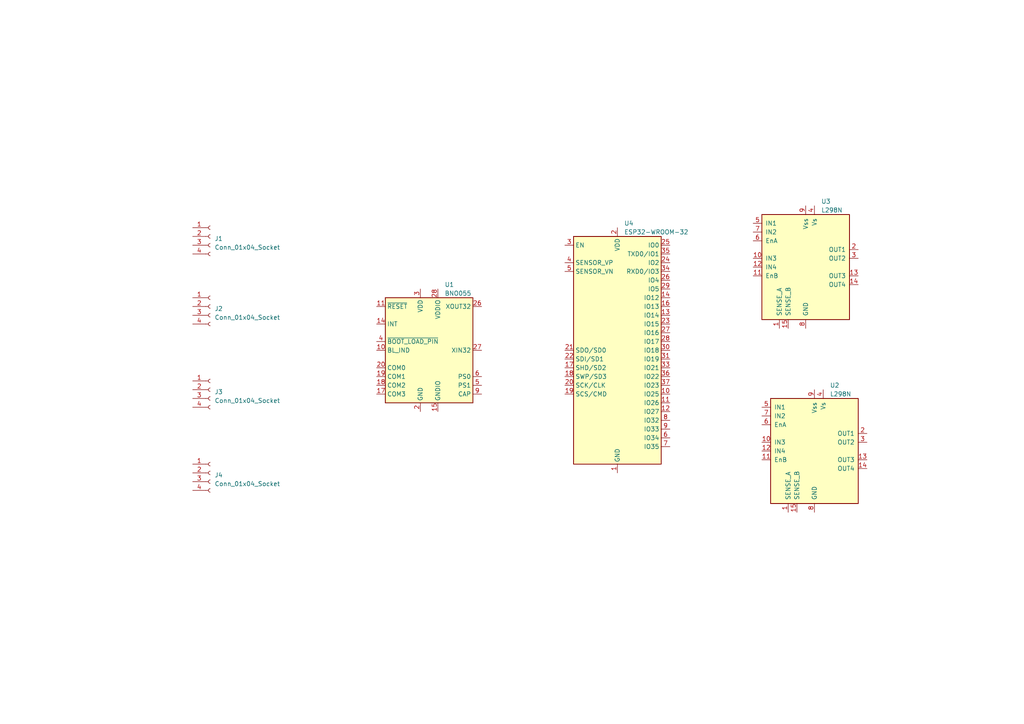
<source format=kicad_sch>
(kicad_sch (version 20230121) (generator eeschema)

  (uuid 14af6270-5b72-4d89-9edf-6e095454c696)

  (paper "A4")

  (lib_symbols
    (symbol "Connector:Conn_01x04_Socket" (pin_names (offset 1.016) hide) (in_bom yes) (on_board yes)
      (property "Reference" "J" (at 0 5.08 0)
        (effects (font (size 1.27 1.27)))
      )
      (property "Value" "Conn_01x04_Socket" (at 0 -7.62 0)
        (effects (font (size 1.27 1.27)))
      )
      (property "Footprint" "" (at 0 0 0)
        (effects (font (size 1.27 1.27)) hide)
      )
      (property "Datasheet" "~" (at 0 0 0)
        (effects (font (size 1.27 1.27)) hide)
      )
      (property "ki_locked" "" (at 0 0 0)
        (effects (font (size 1.27 1.27)))
      )
      (property "ki_keywords" "connector" (at 0 0 0)
        (effects (font (size 1.27 1.27)) hide)
      )
      (property "ki_description" "Generic connector, single row, 01x04, script generated" (at 0 0 0)
        (effects (font (size 1.27 1.27)) hide)
      )
      (property "ki_fp_filters" "Connector*:*_1x??_*" (at 0 0 0)
        (effects (font (size 1.27 1.27)) hide)
      )
      (symbol "Conn_01x04_Socket_1_1"
        (arc (start 0 -4.572) (mid -0.5058 -5.08) (end 0 -5.588)
          (stroke (width 0.1524) (type default))
          (fill (type none))
        )
        (arc (start 0 -2.032) (mid -0.5058 -2.54) (end 0 -3.048)
          (stroke (width 0.1524) (type default))
          (fill (type none))
        )
        (polyline
          (pts
            (xy -1.27 -5.08)
            (xy -0.508 -5.08)
          )
          (stroke (width 0.1524) (type default))
          (fill (type none))
        )
        (polyline
          (pts
            (xy -1.27 -2.54)
            (xy -0.508 -2.54)
          )
          (stroke (width 0.1524) (type default))
          (fill (type none))
        )
        (polyline
          (pts
            (xy -1.27 0)
            (xy -0.508 0)
          )
          (stroke (width 0.1524) (type default))
          (fill (type none))
        )
        (polyline
          (pts
            (xy -1.27 2.54)
            (xy -0.508 2.54)
          )
          (stroke (width 0.1524) (type default))
          (fill (type none))
        )
        (arc (start 0 0.508) (mid -0.5058 0) (end 0 -0.508)
          (stroke (width 0.1524) (type default))
          (fill (type none))
        )
        (arc (start 0 3.048) (mid -0.5058 2.54) (end 0 2.032)
          (stroke (width 0.1524) (type default))
          (fill (type none))
        )
        (pin passive line (at -5.08 2.54 0) (length 3.81)
          (name "Pin_1" (effects (font (size 1.27 1.27))))
          (number "1" (effects (font (size 1.27 1.27))))
        )
        (pin passive line (at -5.08 0 0) (length 3.81)
          (name "Pin_2" (effects (font (size 1.27 1.27))))
          (number "2" (effects (font (size 1.27 1.27))))
        )
        (pin passive line (at -5.08 -2.54 0) (length 3.81)
          (name "Pin_3" (effects (font (size 1.27 1.27))))
          (number "3" (effects (font (size 1.27 1.27))))
        )
        (pin passive line (at -5.08 -5.08 0) (length 3.81)
          (name "Pin_4" (effects (font (size 1.27 1.27))))
          (number "4" (effects (font (size 1.27 1.27))))
        )
      )
    )
    (symbol "Driver_Motor:L298N" (pin_names (offset 1.016)) (in_bom yes) (on_board yes)
      (property "Reference" "U" (at -10.16 16.51 0)
        (effects (font (size 1.27 1.27)) (justify right))
      )
      (property "Value" "L298N" (at 12.7 16.51 0)
        (effects (font (size 1.27 1.27)) (justify right))
      )
      (property "Footprint" "Package_TO_SOT_THT:TO-220-15_P2.54x2.54mm_StaggerOdd_Lead4.58mm_Vertical" (at 1.27 -16.51 0)
        (effects (font (size 1.27 1.27)) (justify left) hide)
      )
      (property "Datasheet" "http://www.st.com/st-web-ui/static/active/en/resource/technical/document/datasheet/CD00000240.pdf" (at 3.81 6.35 0)
        (effects (font (size 1.27 1.27)) hide)
      )
      (property "ki_keywords" "H-bridge motor driver" (at 0 0 0)
        (effects (font (size 1.27 1.27)) hide)
      )
      (property "ki_description" "Dual full bridge motor driver, up to 46V, 4A, Multiwatt15-V" (at 0 0 0)
        (effects (font (size 1.27 1.27)) hide)
      )
      (property "ki_fp_filters" "TO?220*StaggerOdd*Vertical*" (at 0 0 0)
        (effects (font (size 1.27 1.27)) hide)
      )
      (symbol "L298N_0_1"
        (rectangle (start -12.7 15.24) (end 12.7 -15.24)
          (stroke (width 0.254) (type default))
          (fill (type background))
        )
      )
      (symbol "L298N_1_1"
        (pin power_in line (at -7.62 -17.78 90) (length 2.54)
          (name "SENSE_A" (effects (font (size 1.27 1.27))))
          (number "1" (effects (font (size 1.27 1.27))))
        )
        (pin input line (at -15.24 2.54 0) (length 2.54)
          (name "IN3" (effects (font (size 1.27 1.27))))
          (number "10" (effects (font (size 1.27 1.27))))
        )
        (pin input line (at -15.24 -2.54 0) (length 2.54)
          (name "EnB" (effects (font (size 1.27 1.27))))
          (number "11" (effects (font (size 1.27 1.27))))
        )
        (pin input line (at -15.24 0 0) (length 2.54)
          (name "IN4" (effects (font (size 1.27 1.27))))
          (number "12" (effects (font (size 1.27 1.27))))
        )
        (pin output line (at 15.24 -2.54 180) (length 2.54)
          (name "OUT3" (effects (font (size 1.27 1.27))))
          (number "13" (effects (font (size 1.27 1.27))))
        )
        (pin output line (at 15.24 -5.08 180) (length 2.54)
          (name "OUT4" (effects (font (size 1.27 1.27))))
          (number "14" (effects (font (size 1.27 1.27))))
        )
        (pin power_in line (at -5.08 -17.78 90) (length 2.54)
          (name "SENSE_B" (effects (font (size 1.27 1.27))))
          (number "15" (effects (font (size 1.27 1.27))))
        )
        (pin output line (at 15.24 5.08 180) (length 2.54)
          (name "OUT1" (effects (font (size 1.27 1.27))))
          (number "2" (effects (font (size 1.27 1.27))))
        )
        (pin output line (at 15.24 2.54 180) (length 2.54)
          (name "OUT2" (effects (font (size 1.27 1.27))))
          (number "3" (effects (font (size 1.27 1.27))))
        )
        (pin power_in line (at 2.54 17.78 270) (length 2.54)
          (name "Vs" (effects (font (size 1.27 1.27))))
          (number "4" (effects (font (size 1.27 1.27))))
        )
        (pin input line (at -15.24 12.7 0) (length 2.54)
          (name "IN1" (effects (font (size 1.27 1.27))))
          (number "5" (effects (font (size 1.27 1.27))))
        )
        (pin input line (at -15.24 7.62 0) (length 2.54)
          (name "EnA" (effects (font (size 1.27 1.27))))
          (number "6" (effects (font (size 1.27 1.27))))
        )
        (pin input line (at -15.24 10.16 0) (length 2.54)
          (name "IN2" (effects (font (size 1.27 1.27))))
          (number "7" (effects (font (size 1.27 1.27))))
        )
        (pin power_in line (at 0 -17.78 90) (length 2.54)
          (name "GND" (effects (font (size 1.27 1.27))))
          (number "8" (effects (font (size 1.27 1.27))))
        )
        (pin power_in line (at 0 17.78 270) (length 2.54)
          (name "Vss" (effects (font (size 1.27 1.27))))
          (number "9" (effects (font (size 1.27 1.27))))
        )
      )
    )
    (symbol "RF_Module:ESP32-WROOM-32" (in_bom yes) (on_board yes)
      (property "Reference" "U" (at -12.7 34.29 0)
        (effects (font (size 1.27 1.27)) (justify left))
      )
      (property "Value" "ESP32-WROOM-32" (at 1.27 34.29 0)
        (effects (font (size 1.27 1.27)) (justify left))
      )
      (property "Footprint" "RF_Module:ESP32-WROOM-32" (at 0 -38.1 0)
        (effects (font (size 1.27 1.27)) hide)
      )
      (property "Datasheet" "https://www.espressif.com/sites/default/files/documentation/esp32-wroom-32_datasheet_en.pdf" (at -7.62 1.27 0)
        (effects (font (size 1.27 1.27)) hide)
      )
      (property "ki_keywords" "RF Radio BT ESP ESP32 Espressif onboard PCB antenna" (at 0 0 0)
        (effects (font (size 1.27 1.27)) hide)
      )
      (property "ki_description" "RF Module, ESP32-D0WDQ6 SoC, Wi-Fi 802.11b/g/n, Bluetooth, BLE, 32-bit, 2.7-3.6V, onboard antenna, SMD" (at 0 0 0)
        (effects (font (size 1.27 1.27)) hide)
      )
      (property "ki_fp_filters" "ESP32?WROOM?32*" (at 0 0 0)
        (effects (font (size 1.27 1.27)) hide)
      )
      (symbol "ESP32-WROOM-32_0_1"
        (rectangle (start -12.7 33.02) (end 12.7 -33.02)
          (stroke (width 0.254) (type default))
          (fill (type background))
        )
      )
      (symbol "ESP32-WROOM-32_1_1"
        (pin power_in line (at 0 -35.56 90) (length 2.54)
          (name "GND" (effects (font (size 1.27 1.27))))
          (number "1" (effects (font (size 1.27 1.27))))
        )
        (pin bidirectional line (at 15.24 -12.7 180) (length 2.54)
          (name "IO25" (effects (font (size 1.27 1.27))))
          (number "10" (effects (font (size 1.27 1.27))))
        )
        (pin bidirectional line (at 15.24 -15.24 180) (length 2.54)
          (name "IO26" (effects (font (size 1.27 1.27))))
          (number "11" (effects (font (size 1.27 1.27))))
        )
        (pin bidirectional line (at 15.24 -17.78 180) (length 2.54)
          (name "IO27" (effects (font (size 1.27 1.27))))
          (number "12" (effects (font (size 1.27 1.27))))
        )
        (pin bidirectional line (at 15.24 10.16 180) (length 2.54)
          (name "IO14" (effects (font (size 1.27 1.27))))
          (number "13" (effects (font (size 1.27 1.27))))
        )
        (pin bidirectional line (at 15.24 15.24 180) (length 2.54)
          (name "IO12" (effects (font (size 1.27 1.27))))
          (number "14" (effects (font (size 1.27 1.27))))
        )
        (pin passive line (at 0 -35.56 90) (length 2.54) hide
          (name "GND" (effects (font (size 1.27 1.27))))
          (number "15" (effects (font (size 1.27 1.27))))
        )
        (pin bidirectional line (at 15.24 12.7 180) (length 2.54)
          (name "IO13" (effects (font (size 1.27 1.27))))
          (number "16" (effects (font (size 1.27 1.27))))
        )
        (pin bidirectional line (at -15.24 -5.08 0) (length 2.54)
          (name "SHD/SD2" (effects (font (size 1.27 1.27))))
          (number "17" (effects (font (size 1.27 1.27))))
        )
        (pin bidirectional line (at -15.24 -7.62 0) (length 2.54)
          (name "SWP/SD3" (effects (font (size 1.27 1.27))))
          (number "18" (effects (font (size 1.27 1.27))))
        )
        (pin bidirectional line (at -15.24 -12.7 0) (length 2.54)
          (name "SCS/CMD" (effects (font (size 1.27 1.27))))
          (number "19" (effects (font (size 1.27 1.27))))
        )
        (pin power_in line (at 0 35.56 270) (length 2.54)
          (name "VDD" (effects (font (size 1.27 1.27))))
          (number "2" (effects (font (size 1.27 1.27))))
        )
        (pin bidirectional line (at -15.24 -10.16 0) (length 2.54)
          (name "SCK/CLK" (effects (font (size 1.27 1.27))))
          (number "20" (effects (font (size 1.27 1.27))))
        )
        (pin bidirectional line (at -15.24 0 0) (length 2.54)
          (name "SDO/SD0" (effects (font (size 1.27 1.27))))
          (number "21" (effects (font (size 1.27 1.27))))
        )
        (pin bidirectional line (at -15.24 -2.54 0) (length 2.54)
          (name "SDI/SD1" (effects (font (size 1.27 1.27))))
          (number "22" (effects (font (size 1.27 1.27))))
        )
        (pin bidirectional line (at 15.24 7.62 180) (length 2.54)
          (name "IO15" (effects (font (size 1.27 1.27))))
          (number "23" (effects (font (size 1.27 1.27))))
        )
        (pin bidirectional line (at 15.24 25.4 180) (length 2.54)
          (name "IO2" (effects (font (size 1.27 1.27))))
          (number "24" (effects (font (size 1.27 1.27))))
        )
        (pin bidirectional line (at 15.24 30.48 180) (length 2.54)
          (name "IO0" (effects (font (size 1.27 1.27))))
          (number "25" (effects (font (size 1.27 1.27))))
        )
        (pin bidirectional line (at 15.24 20.32 180) (length 2.54)
          (name "IO4" (effects (font (size 1.27 1.27))))
          (number "26" (effects (font (size 1.27 1.27))))
        )
        (pin bidirectional line (at 15.24 5.08 180) (length 2.54)
          (name "IO16" (effects (font (size 1.27 1.27))))
          (number "27" (effects (font (size 1.27 1.27))))
        )
        (pin bidirectional line (at 15.24 2.54 180) (length 2.54)
          (name "IO17" (effects (font (size 1.27 1.27))))
          (number "28" (effects (font (size 1.27 1.27))))
        )
        (pin bidirectional line (at 15.24 17.78 180) (length 2.54)
          (name "IO5" (effects (font (size 1.27 1.27))))
          (number "29" (effects (font (size 1.27 1.27))))
        )
        (pin input line (at -15.24 30.48 0) (length 2.54)
          (name "EN" (effects (font (size 1.27 1.27))))
          (number "3" (effects (font (size 1.27 1.27))))
        )
        (pin bidirectional line (at 15.24 0 180) (length 2.54)
          (name "IO18" (effects (font (size 1.27 1.27))))
          (number "30" (effects (font (size 1.27 1.27))))
        )
        (pin bidirectional line (at 15.24 -2.54 180) (length 2.54)
          (name "IO19" (effects (font (size 1.27 1.27))))
          (number "31" (effects (font (size 1.27 1.27))))
        )
        (pin no_connect line (at -12.7 -27.94 0) (length 2.54) hide
          (name "NC" (effects (font (size 1.27 1.27))))
          (number "32" (effects (font (size 1.27 1.27))))
        )
        (pin bidirectional line (at 15.24 -5.08 180) (length 2.54)
          (name "IO21" (effects (font (size 1.27 1.27))))
          (number "33" (effects (font (size 1.27 1.27))))
        )
        (pin bidirectional line (at 15.24 22.86 180) (length 2.54)
          (name "RXD0/IO3" (effects (font (size 1.27 1.27))))
          (number "34" (effects (font (size 1.27 1.27))))
        )
        (pin bidirectional line (at 15.24 27.94 180) (length 2.54)
          (name "TXD0/IO1" (effects (font (size 1.27 1.27))))
          (number "35" (effects (font (size 1.27 1.27))))
        )
        (pin bidirectional line (at 15.24 -7.62 180) (length 2.54)
          (name "IO22" (effects (font (size 1.27 1.27))))
          (number "36" (effects (font (size 1.27 1.27))))
        )
        (pin bidirectional line (at 15.24 -10.16 180) (length 2.54)
          (name "IO23" (effects (font (size 1.27 1.27))))
          (number "37" (effects (font (size 1.27 1.27))))
        )
        (pin passive line (at 0 -35.56 90) (length 2.54) hide
          (name "GND" (effects (font (size 1.27 1.27))))
          (number "38" (effects (font (size 1.27 1.27))))
        )
        (pin passive line (at 0 -35.56 90) (length 2.54) hide
          (name "GND" (effects (font (size 1.27 1.27))))
          (number "39" (effects (font (size 1.27 1.27))))
        )
        (pin input line (at -15.24 25.4 0) (length 2.54)
          (name "SENSOR_VP" (effects (font (size 1.27 1.27))))
          (number "4" (effects (font (size 1.27 1.27))))
        )
        (pin input line (at -15.24 22.86 0) (length 2.54)
          (name "SENSOR_VN" (effects (font (size 1.27 1.27))))
          (number "5" (effects (font (size 1.27 1.27))))
        )
        (pin input line (at 15.24 -25.4 180) (length 2.54)
          (name "IO34" (effects (font (size 1.27 1.27))))
          (number "6" (effects (font (size 1.27 1.27))))
        )
        (pin input line (at 15.24 -27.94 180) (length 2.54)
          (name "IO35" (effects (font (size 1.27 1.27))))
          (number "7" (effects (font (size 1.27 1.27))))
        )
        (pin bidirectional line (at 15.24 -20.32 180) (length 2.54)
          (name "IO32" (effects (font (size 1.27 1.27))))
          (number "8" (effects (font (size 1.27 1.27))))
        )
        (pin bidirectional line (at 15.24 -22.86 180) (length 2.54)
          (name "IO33" (effects (font (size 1.27 1.27))))
          (number "9" (effects (font (size 1.27 1.27))))
        )
      )
    )
    (symbol "Sensor_Motion:BNO055" (in_bom yes) (on_board yes)
      (property "Reference" "U" (at -11.43 16.51 0)
        (effects (font (size 1.27 1.27)) (justify right))
      )
      (property "Value" "BNO055" (at 12.7 16.51 0)
        (effects (font (size 1.27 1.27)) (justify right))
      )
      (property "Footprint" "Package_LGA:LGA-28_5.2x3.8mm_P0.5mm" (at 6.35 -16.51 0)
        (effects (font (size 1.27 1.27)) (justify left) hide)
      )
      (property "Datasheet" "https://www.bosch-sensortec.com/media/boschsensortec/downloads/datasheets/bst-bno055-ds000.pdf" (at 0 5.08 0)
        (effects (font (size 1.27 1.27)) hide)
      )
      (property "ki_keywords" "IMU Sensor Fusion I2C UART" (at 0 0 0)
        (effects (font (size 1.27 1.27)) hide)
      )
      (property "ki_description" "Intelligent 9-axis absolute orientation sensor, LGA-28" (at 0 0 0)
        (effects (font (size 1.27 1.27)) hide)
      )
      (property "ki_fp_filters" "LGA*5.2x3.8mm*P0.5mm*" (at 0 0 0)
        (effects (font (size 1.27 1.27)) hide)
      )
      (symbol "BNO055_0_1"
        (rectangle (start -12.7 15.24) (end 12.7 -15.24)
          (stroke (width 0.254) (type default))
          (fill (type background))
        )
      )
      (symbol "BNO055_1_1"
        (pin no_connect line (at -12.7 10.16 0) (length 2.54) hide
          (name "PIN1" (effects (font (size 1.27 1.27))))
          (number "1" (effects (font (size 1.27 1.27))))
        )
        (pin output line (at -15.24 0 0) (length 2.54)
          (name "BL_IND" (effects (font (size 1.27 1.27))))
          (number "10" (effects (font (size 1.27 1.27))))
        )
        (pin input line (at -15.24 12.7 0) (length 2.54)
          (name "~{RESET}" (effects (font (size 1.27 1.27))))
          (number "11" (effects (font (size 1.27 1.27))))
        )
        (pin no_connect line (at 12.7 10.16 180) (length 2.54) hide
          (name "PIN12" (effects (font (size 1.27 1.27))))
          (number "12" (effects (font (size 1.27 1.27))))
        )
        (pin no_connect line (at 12.7 7.62 180) (length 2.54) hide
          (name "PIN13" (effects (font (size 1.27 1.27))))
          (number "13" (effects (font (size 1.27 1.27))))
        )
        (pin output line (at -15.24 7.62 0) (length 2.54)
          (name "INT" (effects (font (size 1.27 1.27))))
          (number "14" (effects (font (size 1.27 1.27))))
        )
        (pin power_in line (at 2.54 -17.78 90) (length 2.54)
          (name "GNDIO" (effects (font (size 1.27 1.27))))
          (number "15" (effects (font (size 1.27 1.27))))
        )
        (pin passive line (at 2.54 -17.78 90) (length 2.54) hide
          (name "GNDIO" (effects (font (size 1.27 1.27))))
          (number "16" (effects (font (size 1.27 1.27))))
        )
        (pin input line (at -15.24 -12.7 0) (length 2.54)
          (name "COM3" (effects (font (size 1.27 1.27))))
          (number "17" (effects (font (size 1.27 1.27))))
        )
        (pin passive line (at -15.24 -10.16 0) (length 2.54)
          (name "COM2" (effects (font (size 1.27 1.27))))
          (number "18" (effects (font (size 1.27 1.27))))
        )
        (pin bidirectional line (at -15.24 -7.62 0) (length 2.54)
          (name "COM1" (effects (font (size 1.27 1.27))))
          (number "19" (effects (font (size 1.27 1.27))))
        )
        (pin power_in line (at -2.54 -17.78 90) (length 2.54)
          (name "GND" (effects (font (size 1.27 1.27))))
          (number "2" (effects (font (size 1.27 1.27))))
        )
        (pin bidirectional line (at -15.24 -5.08 0) (length 2.54)
          (name "COM0" (effects (font (size 1.27 1.27))))
          (number "20" (effects (font (size 1.27 1.27))))
        )
        (pin no_connect line (at 12.7 5.08 180) (length 2.54) hide
          (name "PIN21" (effects (font (size 1.27 1.27))))
          (number "21" (effects (font (size 1.27 1.27))))
        )
        (pin no_connect line (at 12.7 2.54 180) (length 2.54) hide
          (name "PIN22" (effects (font (size 1.27 1.27))))
          (number "22" (effects (font (size 1.27 1.27))))
        )
        (pin no_connect line (at 12.7 -2.54 180) (length 2.54) hide
          (name "PIN23" (effects (font (size 1.27 1.27))))
          (number "23" (effects (font (size 1.27 1.27))))
        )
        (pin no_connect line (at 12.7 -5.08 180) (length 2.54) hide
          (name "PIN24" (effects (font (size 1.27 1.27))))
          (number "24" (effects (font (size 1.27 1.27))))
        )
        (pin passive line (at 2.54 -17.78 90) (length 2.54) hide
          (name "GNDIO" (effects (font (size 1.27 1.27))))
          (number "25" (effects (font (size 1.27 1.27))))
        )
        (pin output line (at 15.24 12.7 180) (length 2.54)
          (name "XOUT32" (effects (font (size 1.27 1.27))))
          (number "26" (effects (font (size 1.27 1.27))))
        )
        (pin input line (at 15.24 0 180) (length 2.54)
          (name "XIN32" (effects (font (size 1.27 1.27))))
          (number "27" (effects (font (size 1.27 1.27))))
        )
        (pin power_in line (at 2.54 17.78 270) (length 2.54)
          (name "VDDIO" (effects (font (size 1.27 1.27))))
          (number "28" (effects (font (size 1.27 1.27))))
        )
        (pin power_in line (at -2.54 17.78 270) (length 2.54)
          (name "VDD" (effects (font (size 1.27 1.27))))
          (number "3" (effects (font (size 1.27 1.27))))
        )
        (pin input line (at -15.24 2.54 0) (length 2.54)
          (name "~{BOOT_LOAD_PIN}" (effects (font (size 1.27 1.27))))
          (number "4" (effects (font (size 1.27 1.27))))
        )
        (pin input line (at 15.24 -10.16 180) (length 2.54)
          (name "PS1" (effects (font (size 1.27 1.27))))
          (number "5" (effects (font (size 1.27 1.27))))
        )
        (pin input line (at 15.24 -7.62 180) (length 2.54)
          (name "PS0" (effects (font (size 1.27 1.27))))
          (number "6" (effects (font (size 1.27 1.27))))
        )
        (pin no_connect line (at -12.7 5.08 0) (length 2.54) hide
          (name "PIN7" (effects (font (size 1.27 1.27))))
          (number "7" (effects (font (size 1.27 1.27))))
        )
        (pin no_connect line (at -12.7 -2.54 0) (length 2.54) hide
          (name "PIN8" (effects (font (size 1.27 1.27))))
          (number "8" (effects (font (size 1.27 1.27))))
        )
        (pin passive line (at 15.24 -12.7 180) (length 2.54)
          (name "CAP" (effects (font (size 1.27 1.27))))
          (number "9" (effects (font (size 1.27 1.27))))
        )
      )
    )
  )


  (symbol (lib_id "Sensor_Motion:BNO055") (at 124.46 101.6 0) (unit 1)
    (in_bom yes) (on_board yes) (dnp no) (fields_autoplaced)
    (uuid 0e6b63f8-6870-469a-a5ad-57fd37817db1)
    (property "Reference" "U1" (at 128.9559 82.55 0)
      (effects (font (size 1.27 1.27)) (justify left))
    )
    (property "Value" "BNO055" (at 128.9559 85.09 0)
      (effects (font (size 1.27 1.27)) (justify left))
    )
    (property "Footprint" "Package_LGA:LGA-28_5.2x3.8mm_P0.5mm" (at 130.81 118.11 0)
      (effects (font (size 1.27 1.27)) (justify left) hide)
    )
    (property "Datasheet" "https://www.bosch-sensortec.com/media/boschsensortec/downloads/datasheets/bst-bno055-ds000.pdf" (at 124.46 96.52 0)
      (effects (font (size 1.27 1.27)) hide)
    )
    (pin "1" (uuid 1c154e23-e60e-4140-8f0d-e3dd1e778fd0))
    (pin "10" (uuid b514ed5c-31aa-4da5-b463-6d2b0ace55bb))
    (pin "11" (uuid 3e7c7d29-1d39-4c0c-9143-b2203a5a5e84))
    (pin "12" (uuid e4145dc1-0eca-449d-ae21-7464ac79ca2d))
    (pin "13" (uuid c7ae10c0-2915-431f-a773-8ed3c534e768))
    (pin "14" (uuid 76a081fb-c0d1-4717-8416-629ee01cc2e9))
    (pin "15" (uuid d63991e9-0b5e-4165-a78a-de2eeda1bdab))
    (pin "16" (uuid ec72dc09-dc0d-4b29-bfd9-2e5102d93985))
    (pin "17" (uuid 18da09c6-5e1a-4357-acfe-0052d3224a6d))
    (pin "18" (uuid 324029a5-4ad7-430e-bd9b-d4f20770968e))
    (pin "19" (uuid b4021fde-5468-4002-b83e-3b0156eba096))
    (pin "2" (uuid c49ff935-f481-47a3-9e2a-8372277acd8a))
    (pin "20" (uuid 338468af-bd0c-4352-8298-cbabe9f6ac0b))
    (pin "21" (uuid 6af75f86-af92-40c9-9df2-ddc4daeb42d1))
    (pin "22" (uuid 4defcc91-7cd9-4082-9674-cab1dfebe16d))
    (pin "23" (uuid 9f8856c7-e9b9-437d-95e6-0a6bdc1c5741))
    (pin "24" (uuid 2d4869a7-cb02-40d6-934a-3b21efbeaa45))
    (pin "25" (uuid 2d177ade-d896-4b08-9304-ec6238bbfb0d))
    (pin "26" (uuid 96e9cda7-5fb3-406d-8418-7b3a59de18de))
    (pin "27" (uuid 13b8833c-3cf4-4821-bff2-64ebe5cbd16d))
    (pin "28" (uuid 98e77927-9a0c-4ccb-aaca-a2e7337f65c9))
    (pin "3" (uuid df059525-8247-46b8-9999-1b00ce06c6e8))
    (pin "4" (uuid fee124d9-1a60-4e17-a4d1-de82814e01cc))
    (pin "5" (uuid ced3199e-12bd-4447-8a52-fef9640cc284))
    (pin "6" (uuid 68c5dbe6-63d9-4a39-83d9-a534ec31624f))
    (pin "7" (uuid aff3694b-5caf-4975-b111-fd5fdd1d9abb))
    (pin "8" (uuid f9bbfab8-062f-461d-b8de-151df1fbd5f0))
    (pin "9" (uuid 9b69a8f1-5120-4941-88c5-b3b0dcf3c941))
    (instances
      (project "FORWARD-PCB"
        (path "/14af6270-5b72-4d89-9edf-6e095454c696"
          (reference "U1") (unit 1)
        )
      )
    )
  )

  (symbol (lib_id "Connector:Conn_01x04_Socket") (at 60.96 137.16 0) (unit 1)
    (in_bom yes) (on_board yes) (dnp no) (fields_autoplaced)
    (uuid 29fcc8a1-f260-44f3-802b-b662dd79cdbe)
    (property "Reference" "J4" (at 62.23 137.795 0)
      (effects (font (size 1.27 1.27)) (justify left))
    )
    (property "Value" "Conn_01x04_Socket" (at 62.23 140.335 0)
      (effects (font (size 1.27 1.27)) (justify left))
    )
    (property "Footprint" "" (at 60.96 137.16 0)
      (effects (font (size 1.27 1.27)) hide)
    )
    (property "Datasheet" "~" (at 60.96 137.16 0)
      (effects (font (size 1.27 1.27)) hide)
    )
    (pin "1" (uuid 99ad5e9d-4762-42e1-8a92-a2d8b78da02a))
    (pin "2" (uuid 941d28ba-1788-4702-bc62-5eff94b5b708))
    (pin "3" (uuid b30ddadf-042b-4dba-bc97-f977ced3261e))
    (pin "4" (uuid 8060cd82-7cfa-4db3-9810-03f42cc6e963))
    (instances
      (project "FORWARD-PCB"
        (path "/14af6270-5b72-4d89-9edf-6e095454c696"
          (reference "J4") (unit 1)
        )
      )
    )
  )

  (symbol (lib_id "Connector:Conn_01x04_Socket") (at 60.96 113.03 0) (unit 1)
    (in_bom yes) (on_board yes) (dnp no) (fields_autoplaced)
    (uuid 419c1c4a-9301-431a-b04f-bcdbfe52eae9)
    (property "Reference" "J3" (at 62.23 113.665 0)
      (effects (font (size 1.27 1.27)) (justify left))
    )
    (property "Value" "Conn_01x04_Socket" (at 62.23 116.205 0)
      (effects (font (size 1.27 1.27)) (justify left))
    )
    (property "Footprint" "" (at 60.96 113.03 0)
      (effects (font (size 1.27 1.27)) hide)
    )
    (property "Datasheet" "~" (at 60.96 113.03 0)
      (effects (font (size 1.27 1.27)) hide)
    )
    (pin "1" (uuid 88595ebf-b3c4-4e28-8cd3-2da0bf106727))
    (pin "2" (uuid 7c8e0253-21c2-412b-98b8-ac5f229757e4))
    (pin "3" (uuid 30e3c1c9-c9d2-4b8e-9e01-07e45da87033))
    (pin "4" (uuid b55ce495-4d9a-4501-9c07-b247d132df79))
    (instances
      (project "FORWARD-PCB"
        (path "/14af6270-5b72-4d89-9edf-6e095454c696"
          (reference "J3") (unit 1)
        )
      )
    )
  )

  (symbol (lib_id "Driver_Motor:L298N") (at 236.22 130.81 0) (unit 1)
    (in_bom yes) (on_board yes) (dnp no) (fields_autoplaced)
    (uuid 476ed100-f651-4319-8703-98afaf0eab84)
    (property "Reference" "U2" (at 240.7159 111.76 0)
      (effects (font (size 1.27 1.27)) (justify left))
    )
    (property "Value" "L298N" (at 240.7159 114.3 0)
      (effects (font (size 1.27 1.27)) (justify left))
    )
    (property "Footprint" "Package_TO_SOT_THT:TO-220-15_P2.54x2.54mm_StaggerOdd_Lead4.58mm_Vertical" (at 237.49 147.32 0)
      (effects (font (size 1.27 1.27)) (justify left) hide)
    )
    (property "Datasheet" "http://www.st.com/st-web-ui/static/active/en/resource/technical/document/datasheet/CD00000240.pdf" (at 240.03 124.46 0)
      (effects (font (size 1.27 1.27)) hide)
    )
    (pin "1" (uuid 6a2dbef8-434d-4080-b713-301e283a58e4))
    (pin "10" (uuid 585f755d-b19c-4729-b879-9df7e56d8a1f))
    (pin "11" (uuid 3d2916ca-f38e-4e40-8113-a108fc311750))
    (pin "12" (uuid 4f696b1d-218e-47a9-9ed0-3f64b770b52f))
    (pin "13" (uuid 1a42c971-731d-44a5-928c-02d36b40d044))
    (pin "14" (uuid b8b28635-e534-499b-9737-9f77d251e4bd))
    (pin "15" (uuid 6dc604f0-7e0c-476a-9846-381c084a1f92))
    (pin "2" (uuid 6a6c6e0a-4b9f-473e-93dc-f48172aff95f))
    (pin "3" (uuid 47124bdb-95b7-4d20-9a62-d04c5bc80bdd))
    (pin "4" (uuid 7fab9c20-b5c8-491a-bc15-23bf5f8d3f12))
    (pin "5" (uuid 5b7aecbd-4475-45d2-9abd-57c7852dcd63))
    (pin "6" (uuid 528e2e70-20ab-48c2-8199-7a9d462fb496))
    (pin "7" (uuid f849e678-532b-45bd-87e0-054d6c801c67))
    (pin "8" (uuid 643a4482-671a-479a-9b20-b81eba1a0eee))
    (pin "9" (uuid 5700402e-b72d-4691-accf-c9d0086d1335))
    (instances
      (project "FORWARD-PCB"
        (path "/14af6270-5b72-4d89-9edf-6e095454c696"
          (reference "U2") (unit 1)
        )
      )
    )
  )

  (symbol (lib_id "RF_Module:ESP32-WROOM-32") (at 179.07 101.6 0) (unit 1)
    (in_bom yes) (on_board yes) (dnp no) (fields_autoplaced)
    (uuid 4acd250a-1b5a-4dfd-96f0-d5fcd5fcf619)
    (property "Reference" "U4" (at 181.0259 64.77 0)
      (effects (font (size 1.27 1.27)) (justify left))
    )
    (property "Value" "ESP32-WROOM-32" (at 181.0259 67.31 0)
      (effects (font (size 1.27 1.27)) (justify left))
    )
    (property "Footprint" "RF_Module:ESP32-WROOM-32" (at 179.07 139.7 0)
      (effects (font (size 1.27 1.27)) hide)
    )
    (property "Datasheet" "https://www.espressif.com/sites/default/files/documentation/esp32-wroom-32_datasheet_en.pdf" (at 171.45 100.33 0)
      (effects (font (size 1.27 1.27)) hide)
    )
    (pin "1" (uuid 06696fe2-2381-4b4b-ae8f-7d541d9dd5b2))
    (pin "10" (uuid 58c53f30-dfe8-42c8-a59c-a9e14af40b94))
    (pin "11" (uuid 3739fca2-7d8c-4319-bcdc-a568b977748b))
    (pin "12" (uuid f0b977dd-7c55-4a8e-88ed-be26f4b88bbb))
    (pin "13" (uuid 39f9d534-821f-4154-861b-4864f98dc95e))
    (pin "14" (uuid f4042ab0-4ee0-4eaa-a5fd-6ea21e5a63e0))
    (pin "15" (uuid a9415b9e-7e48-4a70-be6b-66139c0a189f))
    (pin "16" (uuid f2bc7049-6b77-4481-8945-919942e9a732))
    (pin "17" (uuid 861766a6-a138-4650-8537-53c8c3c49bf0))
    (pin "18" (uuid 9d988f02-2f09-4ce7-b475-759faaf43d75))
    (pin "19" (uuid c1b9a84e-fe5e-457a-9140-ebe590efa4f7))
    (pin "2" (uuid 47af8412-e307-4a51-b4a0-d1635ba07cea))
    (pin "20" (uuid f90d2272-fc42-4374-b380-73f18bce9758))
    (pin "21" (uuid 1fd2be6e-a4e0-4e5b-a97b-34b079081049))
    (pin "22" (uuid 6ca554a2-efbc-4247-a093-028c960b99ff))
    (pin "23" (uuid 3aa41049-50b1-4332-8821-3a74fe3a771b))
    (pin "24" (uuid ad63eb71-ac97-43b6-99a8-06cd1b3ea975))
    (pin "25" (uuid 913d191e-0462-40e3-9fb0-1e87579e3c4a))
    (pin "26" (uuid 13e8037a-e8bc-49c6-bf5b-e5e92f0a8555))
    (pin "27" (uuid c756ce57-5659-40fd-8dcb-1f675f4e6efb))
    (pin "28" (uuid bce17cda-dac0-4d8d-b1c9-1694336e2bd6))
    (pin "29" (uuid ba64fa1d-426a-4e16-a8ad-f01cb95c3d8a))
    (pin "3" (uuid 19fc8e15-a7e7-4013-891b-1c813a54a45a))
    (pin "30" (uuid 298da789-f3c8-4786-aeae-02200f856465))
    (pin "31" (uuid 8a9fed71-eb83-4baf-8337-396fce348a11))
    (pin "32" (uuid 15cca4f5-3e5e-42dc-856d-70c42b5c3c06))
    (pin "33" (uuid fb77b1ab-fc7a-4bda-8ec7-73885cccd577))
    (pin "34" (uuid 5aed5adf-07ba-4f66-8045-54f06424f6c8))
    (pin "35" (uuid 70fb4554-92ad-45cd-936e-98a12504366a))
    (pin "36" (uuid 7339f6c7-f4f8-435a-a820-6c86431b2c45))
    (pin "37" (uuid d5161d0b-707c-4d2c-ac31-f5c8abd28ec1))
    (pin "38" (uuid 1b242e28-554a-4a53-ad00-0232b7060fd9))
    (pin "39" (uuid 834cb80e-ff41-455c-931b-5b35ec3cafc5))
    (pin "4" (uuid 73844ac2-05ad-4663-98ef-e49d181b2029))
    (pin "5" (uuid 5ba06a9c-0a60-4f54-8f17-bbe9eb2fc6a9))
    (pin "6" (uuid dbdd39dd-443d-40a5-ba47-7244b09ead64))
    (pin "7" (uuid b91f2afb-868b-4ba4-891c-d08e6673635b))
    (pin "8" (uuid d091afbc-3df6-47d5-84c2-5d2adb639670))
    (pin "9" (uuid 7127537c-bd71-44ba-95b4-fc70d69ad84d))
    (instances
      (project "FORWARD-PCB"
        (path "/14af6270-5b72-4d89-9edf-6e095454c696"
          (reference "U4") (unit 1)
        )
      )
    )
  )

  (symbol (lib_id "Connector:Conn_01x04_Socket") (at 60.96 88.9 0) (unit 1)
    (in_bom yes) (on_board yes) (dnp no) (fields_autoplaced)
    (uuid 5ee942ff-da25-416c-b5ab-fe9cb007eaab)
    (property "Reference" "J2" (at 62.23 89.535 0)
      (effects (font (size 1.27 1.27)) (justify left))
    )
    (property "Value" "Conn_01x04_Socket" (at 62.23 92.075 0)
      (effects (font (size 1.27 1.27)) (justify left))
    )
    (property "Footprint" "" (at 60.96 88.9 0)
      (effects (font (size 1.27 1.27)) hide)
    )
    (property "Datasheet" "~" (at 60.96 88.9 0)
      (effects (font (size 1.27 1.27)) hide)
    )
    (pin "1" (uuid c0d30ccc-7951-40a5-9a93-6ee5a04b905f))
    (pin "2" (uuid 3bd8333b-dab3-4b2b-a8fe-d1399d673767))
    (pin "3" (uuid 1f45f857-2301-4b83-9e36-f79b7a720ea6))
    (pin "4" (uuid 812d2c06-9577-4ba8-ba98-812cc70431ea))
    (instances
      (project "FORWARD-PCB"
        (path "/14af6270-5b72-4d89-9edf-6e095454c696"
          (reference "J2") (unit 1)
        )
      )
    )
  )

  (symbol (lib_id "Driver_Motor:L298N") (at 233.68 77.47 0) (unit 1)
    (in_bom yes) (on_board yes) (dnp no) (fields_autoplaced)
    (uuid 638445d2-cd92-4719-bb48-9c454be124f2)
    (property "Reference" "U3" (at 238.1759 58.42 0)
      (effects (font (size 1.27 1.27)) (justify left))
    )
    (property "Value" "L298N" (at 238.1759 60.96 0)
      (effects (font (size 1.27 1.27)) (justify left))
    )
    (property "Footprint" "Package_TO_SOT_THT:TO-220-15_P2.54x2.54mm_StaggerOdd_Lead4.58mm_Vertical" (at 234.95 93.98 0)
      (effects (font (size 1.27 1.27)) (justify left) hide)
    )
    (property "Datasheet" "http://www.st.com/st-web-ui/static/active/en/resource/technical/document/datasheet/CD00000240.pdf" (at 237.49 71.12 0)
      (effects (font (size 1.27 1.27)) hide)
    )
    (pin "1" (uuid 02a964f4-4132-42bf-bb30-8745ca2a51cf))
    (pin "10" (uuid 2a701897-5fe7-4af4-af4a-70813455a0ae))
    (pin "11" (uuid 4233bafb-7e72-4ba7-8ce6-c5bdc97ba33b))
    (pin "12" (uuid fa4cdfcb-3e41-462f-8361-df7a2aa11035))
    (pin "13" (uuid add4a7f7-91ea-4ae2-a9fa-5dc39bce7c1b))
    (pin "14" (uuid 9288a0e8-5159-48a8-ac17-9bbb8eb80a0c))
    (pin "15" (uuid b6c9635e-076b-4660-96c1-791795e6ff76))
    (pin "2" (uuid 07759d0b-747f-4c85-9f94-dd42f82d8d57))
    (pin "3" (uuid 75c6ee9f-dc18-481d-b518-e516fe1db227))
    (pin "4" (uuid 7946160c-ff6d-42af-9af2-ac1f2f9f68b8))
    (pin "5" (uuid 45360356-fb15-4d08-b2f6-7c9276f8f5fe))
    (pin "6" (uuid 4fc4aff8-94ed-4701-a24b-df8c20fa4864))
    (pin "7" (uuid 492a67e2-57fd-4a21-bfd1-32f2c8f99367))
    (pin "8" (uuid a86adb31-fcd4-427c-84d0-fe9f19eb53b7))
    (pin "9" (uuid 1720cad7-16aa-4cd7-a558-868ad31c2b3e))
    (instances
      (project "FORWARD-PCB"
        (path "/14af6270-5b72-4d89-9edf-6e095454c696"
          (reference "U3") (unit 1)
        )
      )
    )
  )

  (symbol (lib_id "Connector:Conn_01x04_Socket") (at 60.96 68.58 0) (unit 1)
    (in_bom yes) (on_board yes) (dnp no) (fields_autoplaced)
    (uuid 73e3429e-31cb-4a70-8712-8b08aeaba0c6)
    (property "Reference" "J1" (at 62.23 69.215 0)
      (effects (font (size 1.27 1.27)) (justify left))
    )
    (property "Value" "Conn_01x04_Socket" (at 62.23 71.755 0)
      (effects (font (size 1.27 1.27)) (justify left))
    )
    (property "Footprint" "" (at 60.96 68.58 0)
      (effects (font (size 1.27 1.27)) hide)
    )
    (property "Datasheet" "~" (at 60.96 68.58 0)
      (effects (font (size 1.27 1.27)) hide)
    )
    (pin "1" (uuid b3930bf3-72d3-4620-a298-d893d5fcf403))
    (pin "2" (uuid b1ff762c-cc78-4e61-9c1b-4d092ede1a47))
    (pin "3" (uuid 4bd05533-5d06-4af2-85ec-b8c9b7cd2c2f))
    (pin "4" (uuid 58608006-f410-40d5-a0bd-39bb0ad5d0c2))
    (instances
      (project "FORWARD-PCB"
        (path "/14af6270-5b72-4d89-9edf-6e095454c696"
          (reference "J1") (unit 1)
        )
      )
    )
  )

  (sheet_instances
    (path "/" (page "1"))
  )
)

</source>
